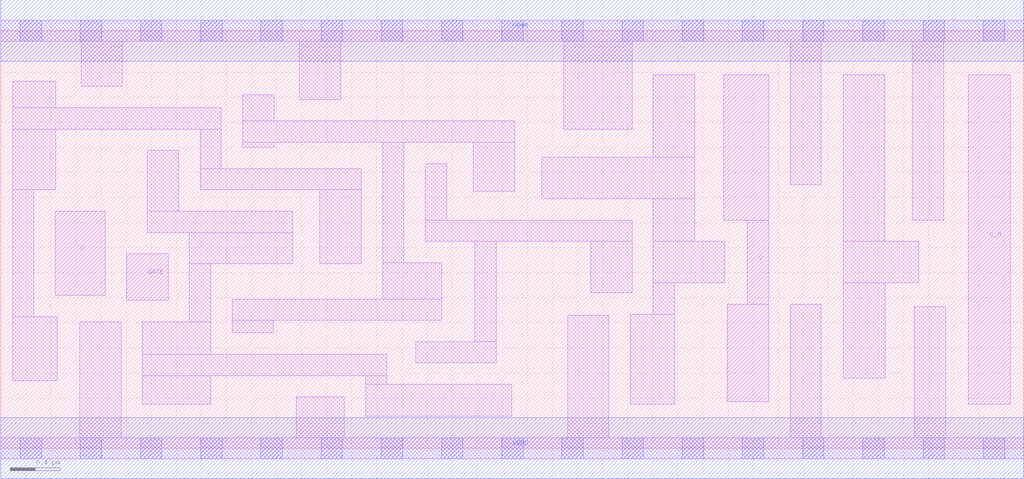
<source format=lef>
# Copyright 2020 The SkyWater PDK Authors
#
# Licensed under the Apache License, Version 2.0 (the "License");
# you may not use this file except in compliance with the License.
# You may obtain a copy of the License at
#
#     https://www.apache.org/licenses/LICENSE-2.0
#
# Unless required by applicable law or agreed to in writing, software
# distributed under the License is distributed on an "AS IS" BASIS,
# WITHOUT WARRANTIES OR CONDITIONS OF ANY KIND, either express or implied.
# See the License for the specific language governing permissions and
# limitations under the License.
#
# SPDX-License-Identifier: Apache-2.0

VERSION 5.7 ;
  NAMESCASESENSITIVE ON ;
  NOWIREEXTENSIONATPIN ON ;
  DIVIDERCHAR "/" ;
  BUSBITCHARS "[]" ;
UNITS
  DATABASE MICRONS 200 ;
END UNITS
MACRO sky130_fd_sc_ms__dlxbp_1
  CLASS CORE ;
  SOURCE USER ;
  FOREIGN sky130_fd_sc_ms__dlxbp_1 ;
  ORIGIN  0.000000  0.000000 ;
  SIZE  8.160000 BY  3.330000 ;
  SYMMETRY X Y ;
  SITE unit ;
  PIN D
    ANTENNAGATEAREA  0.233700 ;
    DIRECTION INPUT ;
    USE SIGNAL ;
    PORT
      LAYER li1 ;
        RECT 0.435000 1.220000 0.835000 1.890000 ;
    END
  END D
  PIN Q
    ANTENNADIFFAREA  0.520800 ;
    DIRECTION OUTPUT ;
    USE SIGNAL ;
    PORT
      LAYER li1 ;
        RECT 5.765000 1.820000 6.125000 2.980000 ;
        RECT 5.795000 0.370000 6.125000 1.150000 ;
        RECT 5.955000 1.150000 6.125000 1.820000 ;
    END
  END Q
  PIN Q_N
    ANTENNADIFFAREA  0.518900 ;
    DIRECTION OUTPUT ;
    USE SIGNAL ;
    PORT
      LAYER li1 ;
        RECT 7.715000 0.350000 8.050000 2.980000 ;
    END
  END Q_N
  PIN GATE
    ANTENNAGATEAREA  0.262200 ;
    DIRECTION INPUT ;
    USE CLOCK ;
    PORT
      LAYER li1 ;
        RECT 1.005000 1.180000 1.335000 1.550000 ;
    END
  END GATE
  PIN VGND
    DIRECTION INOUT ;
    USE GROUND ;
    PORT
      LAYER met1 ;
        RECT 0.000000 -0.245000 8.160000 0.245000 ;
    END
  END VGND
  PIN VPWR
    DIRECTION INOUT ;
    USE POWER ;
    PORT
      LAYER met1 ;
        RECT 0.000000 3.085000 8.160000 3.575000 ;
    END
  END VPWR
  OBS
    LAYER li1 ;
      RECT 0.000000 -0.085000 8.160000 0.085000 ;
      RECT 0.000000  3.245000 8.160000 3.415000 ;
      RECT 0.095000  0.540000 0.450000 1.050000 ;
      RECT 0.095000  1.050000 0.265000 2.060000 ;
      RECT 0.095000  2.060000 0.440000 2.545000 ;
      RECT 0.095000  2.545000 1.760000 2.715000 ;
      RECT 0.095000  2.715000 0.440000 2.925000 ;
      RECT 0.630000  0.085000 0.960000 1.010000 ;
      RECT 0.640000  2.885000 0.970000 3.245000 ;
      RECT 1.130000  0.350000 1.675000 0.580000 ;
      RECT 1.130000  0.580000 3.080000 0.750000 ;
      RECT 1.130000  0.750000 1.675000 1.010000 ;
      RECT 1.170000  1.720000 2.330000 1.890000 ;
      RECT 1.170000  1.890000 1.420000 2.375000 ;
      RECT 1.505000  1.010000 1.675000 1.470000 ;
      RECT 1.505000  1.470000 2.330000 1.720000 ;
      RECT 1.590000  2.060000 2.875000 2.230000 ;
      RECT 1.590000  2.230000 1.760000 2.545000 ;
      RECT 1.845000  0.920000 2.175000 1.020000 ;
      RECT 1.845000  1.020000 3.515000 1.190000 ;
      RECT 1.930000  2.400000 2.180000 2.440000 ;
      RECT 1.930000  2.440000 4.100000 2.610000 ;
      RECT 1.930000  2.610000 2.180000 2.820000 ;
      RECT 2.355000  0.085000 2.740000 0.410000 ;
      RECT 2.380000  2.780000 2.710000 3.245000 ;
      RECT 2.545000  1.470000 2.875000 2.060000 ;
      RECT 2.910000  0.255000 4.075000 0.510000 ;
      RECT 2.910000  0.510000 3.080000 0.580000 ;
      RECT 3.045000  1.190000 3.515000 1.480000 ;
      RECT 3.045000  1.480000 3.215000 2.440000 ;
      RECT 3.310000  0.680000 3.950000 0.850000 ;
      RECT 3.385000  1.650000 5.035000 1.820000 ;
      RECT 3.385000  1.820000 3.555000 2.270000 ;
      RECT 3.770000  2.050000 4.100000 2.440000 ;
      RECT 3.780000  0.850000 3.950000 1.650000 ;
      RECT 4.315000  1.990000 5.535000 2.320000 ;
      RECT 4.490000  2.545000 5.035000 3.245000 ;
      RECT 4.520000  0.085000 4.850000 1.060000 ;
      RECT 4.705000  1.240000 5.035000 1.650000 ;
      RECT 5.020000  0.350000 5.375000 1.070000 ;
      RECT 5.205000  1.070000 5.375000 1.320000 ;
      RECT 5.205000  1.320000 5.775000 1.650000 ;
      RECT 5.205000  1.650000 5.535000 1.990000 ;
      RECT 5.205000  2.320000 5.535000 2.980000 ;
      RECT 6.295000  0.085000 6.545000 1.150000 ;
      RECT 6.295000  2.100000 6.545000 3.245000 ;
      RECT 6.720000  0.560000 7.055000 1.320000 ;
      RECT 6.720000  1.320000 7.320000 1.650000 ;
      RECT 6.720000  1.650000 7.050000 2.980000 ;
      RECT 7.270000  1.820000 7.520000 3.245000 ;
      RECT 7.285000  0.085000 7.535000 1.130000 ;
    LAYER mcon ;
      RECT 0.155000 -0.085000 0.325000 0.085000 ;
      RECT 0.155000  3.245000 0.325000 3.415000 ;
      RECT 0.635000 -0.085000 0.805000 0.085000 ;
      RECT 0.635000  3.245000 0.805000 3.415000 ;
      RECT 1.115000 -0.085000 1.285000 0.085000 ;
      RECT 1.115000  3.245000 1.285000 3.415000 ;
      RECT 1.595000 -0.085000 1.765000 0.085000 ;
      RECT 1.595000  3.245000 1.765000 3.415000 ;
      RECT 2.075000 -0.085000 2.245000 0.085000 ;
      RECT 2.075000  3.245000 2.245000 3.415000 ;
      RECT 2.555000 -0.085000 2.725000 0.085000 ;
      RECT 2.555000  3.245000 2.725000 3.415000 ;
      RECT 3.035000 -0.085000 3.205000 0.085000 ;
      RECT 3.035000  3.245000 3.205000 3.415000 ;
      RECT 3.515000 -0.085000 3.685000 0.085000 ;
      RECT 3.515000  3.245000 3.685000 3.415000 ;
      RECT 3.995000 -0.085000 4.165000 0.085000 ;
      RECT 3.995000  3.245000 4.165000 3.415000 ;
      RECT 4.475000 -0.085000 4.645000 0.085000 ;
      RECT 4.475000  3.245000 4.645000 3.415000 ;
      RECT 4.955000 -0.085000 5.125000 0.085000 ;
      RECT 4.955000  3.245000 5.125000 3.415000 ;
      RECT 5.435000 -0.085000 5.605000 0.085000 ;
      RECT 5.435000  3.245000 5.605000 3.415000 ;
      RECT 5.915000 -0.085000 6.085000 0.085000 ;
      RECT 5.915000  3.245000 6.085000 3.415000 ;
      RECT 6.395000 -0.085000 6.565000 0.085000 ;
      RECT 6.395000  3.245000 6.565000 3.415000 ;
      RECT 6.875000 -0.085000 7.045000 0.085000 ;
      RECT 6.875000  3.245000 7.045000 3.415000 ;
      RECT 7.355000 -0.085000 7.525000 0.085000 ;
      RECT 7.355000  3.245000 7.525000 3.415000 ;
      RECT 7.835000 -0.085000 8.005000 0.085000 ;
      RECT 7.835000  3.245000 8.005000 3.415000 ;
  END
END sky130_fd_sc_ms__dlxbp_1
END LIBRARY

</source>
